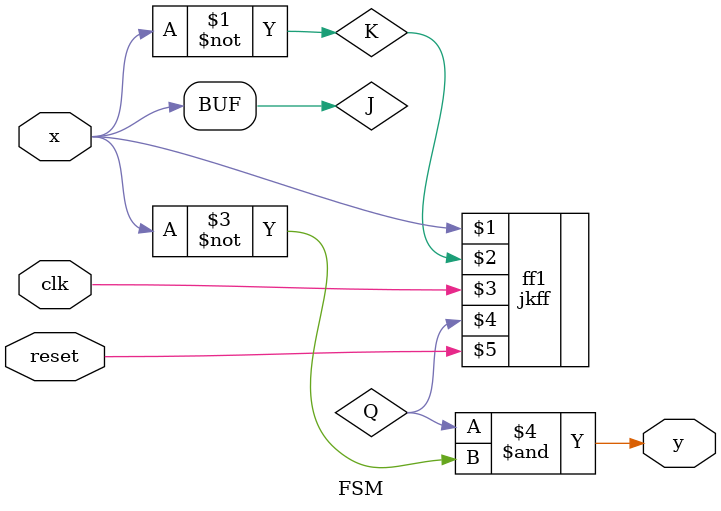
<source format=v>
`include "jkff.v"
module FSM(input x,input clk, output reg y,input reset);
  wire Q,out;
  wire J,K;
  assign J=x;
  assign K=~x;
  jkff ff1(J,K,clk,Q,reset);
  //y is register so can't assign it outside always block
  always@(Q,x) y=Q&~x;
endmodule

</source>
